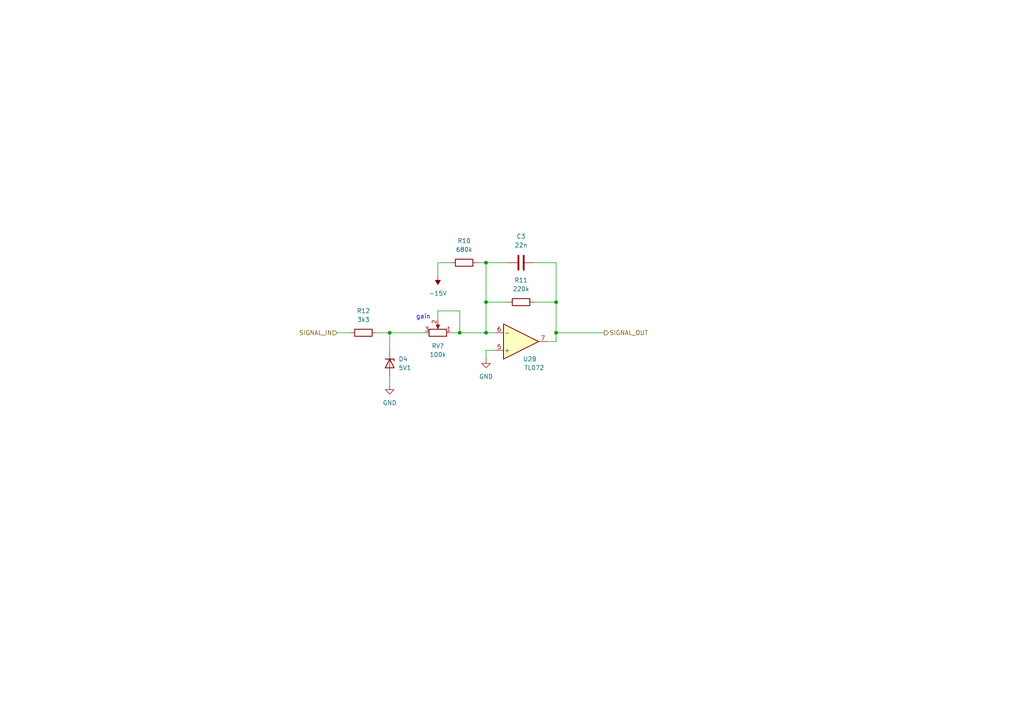
<source format=kicad_sch>
(kicad_sch (version 20211123) (generator eeschema)
  (paper "A4")
  (title_block (title "M.S.M. Stereo Lowpass Filter Pedal") (date "2022-05-22") (rev "0") (comment 2 "creativecommons.org/licenses/by/4.0") (comment 3 "License: CC by 4.0") (comment 4 "Author: Jordan Aceto"))
  (lib_symbols
    (symbol "Amplifier_Operational:TL072" (pin_names (offset 0.127))
      (property "Reference" "U" (at 0 5.08 0))
      (property "Value" "TL072" (at 0 -5.08 0))
      (symbol "TL072_1_1"
        (polyline (pts (xy -5.08 5.08) (xy 5.08 0) (xy -5.08 -5.08) (xy -5.08 5.08)) (stroke (width 0.254)) (fill (type background)))
        (pin output line (at 7.62 0 180) (length 2.54) (name "~") (number "1"))
        (pin input line (at -7.62 -2.54 0) (length 2.54) (name "-") (number "2"))
        (pin input line (at -7.62 2.54 0) (length 2.54) (name "+") (number "3"))
      )
      (symbol "TL072_2_1"
        (polyline (pts (xy -5.08 5.08) (xy 5.08 0) (xy -5.08 -5.08) (xy -5.08 5.08)) (stroke (width 0.254)) (fill (type background)))
        (pin input line (at -7.62 2.54 0) (length 2.54) (name "+") (number "5"))
        (pin input line (at -7.62 -2.54 0) (length 2.54) (name "-") (number "6"))
        (pin output line (at 7.62 0 180) (length 2.54) (name "~") (number "7"))
      )
      (symbol "TL072_3_1"
        (pin power_in line (at -2.54 -7.62 90) (length 3.81) (name "V-") (number "4"))
        (pin power_in line (at -2.54 7.62 270) (length 3.81) (name "V+") (number "8"))
      )
    )
    (symbol "Device:C" (pin_numbers hide) (pin_names (offset 0.254))
      (property "Reference" "C" (at 0.635 2.54 0))
      (property "Value" "C" (at 0.635 -2.54 0))
      (symbol "C_0_1"
        (polyline (pts (xy -2.032 -0.762) (xy 2.032 -0.762)) (stroke (width 0.508)))
        (polyline (pts (xy -2.032 0.762) (xy 2.032 0.762)) (stroke (width 0.508)))
      )
      (symbol "C_1_1"
        (pin passive line (at 0 3.81 270) (length 2.794) (name "~") (number "1"))
        (pin passive line (at 0 -3.81 90) (length 2.794) (name "~") (number "2"))
      )
    )
    (symbol "Device:D_Zener" (pin_numbers hide) (pin_names (offset 1.016) hide)
      (property "Reference" "D" (at 0 2.54 0))
      (property "Value" "D_Zener" (at 0 -2.54 0))
      (symbol "D_Zener_0_1"
        (polyline (pts (xy 1.27 0) (xy -1.27 0)))
        (polyline (pts (xy -1.27 -1.27) (xy -1.27 1.27) (xy -0.762 1.27)) (stroke (width 0.254)))
        (polyline (pts (xy 1.27 -1.27) (xy 1.27 1.27) (xy -1.27 0) (xy 1.27 -1.27)) (stroke (width 0.254)))
      )
      (symbol "D_Zener_1_1"
        (pin passive line (at -3.81 0 0) (length 2.54) (name "K") (number "1"))
        (pin passive line (at 3.81 0 180) (length 2.54) (name "A") (number "2"))
      )
    )
    (symbol "Device:R" (pin_numbers hide) (pin_names (offset 0))
      (property "Reference" "R" (at 2.032 0 90))
      (property "Value" "R" (at 0 0 90))
      (symbol "R_0_1"
        (rectangle (start -1.016 -2.54) (end 1.016 2.54) (stroke (width 0.254)))
      )
      (symbol "R_1_1"
        (pin passive line (at 0 3.81 270) (length 1.27) (name "~") (number "1"))
        (pin passive line (at 0 -3.81 90) (length 1.27) (name "~") (number "2"))
      )
    )
    (symbol "Device:R_Potentiometer" (pin_names (offset 1.016) hide)
      (property "Reference" "RV" (at -4.445 0 90))
      (property "Value" "R_Potentiometer" (at -2.54 0 90))
      (symbol "R_Potentiometer_0_1"
        (polyline (pts (xy 2.54 0) (xy 1.524 0)))
        (polyline (pts (xy 1.143 0) (xy 2.286 0.508) (xy 2.286 -0.508) (xy 1.143 0)) (fill (type outline)))
        (rectangle (start 1.016 2.54) (end -1.016 -2.54) (stroke (width 0.254)))
      )
      (symbol "R_Potentiometer_1_1"
        (pin passive line (at 0 3.81 270) (length 1.27) (name "1") (number "1"))
        (pin passive line (at 3.81 0 180) (length 1.27) (name "2") (number "2"))
        (pin passive line (at 0 -3.81 90) (length 1.27) (name "3") (number "3"))
      )
    )
    (symbol "power:-15V" (power) (pin_names (offset 0))
      (property "Value" "-15V" (at 0 3.81 0))
      (symbol "-15V_0_0"
        (pin power_in line (at 0 0 90) (length 0) hide (name "-15V") (number "1"))
      )
      (symbol "-15V_0_1"
        (polyline (pts (xy 0 0) (xy 0 1.27) (xy 0.762 1.27) (xy 0 2.54) (xy -0.762 1.27) (xy 0 1.27)) (fill (type outline)))
      )
    )
    (symbol "power:GND" (power) (pin_names (offset 0))
      (property "Value" "GND" (at 0 -3.81 0))
      (symbol "GND_0_1"
        (polyline (pts (xy 0 0) (xy 0 -1.27) (xy 1.27 -1.27) (xy 0 -2.54) (xy -1.27 -1.27) (xy 0 -1.27)))
      )
      (symbol "GND_1_1"
        (pin power_in line (at 0 0 270) (length 0) hide (name "GND") (number "1"))
      )
    )
  )
  (junction (at 140.97 96.52))
  (junction (at 140.97 76.2))
  (junction (at 140.97 87.63))
  (junction (at 161.29 96.52))
  (junction (at 113.03 96.52))
  (junction (at 161.29 87.63))
  (junction (at 133.35 96.52))
  (wire (pts (xy 161.29 96.52) (xy 175.26 96.52)))
  (wire (pts (xy 140.97 101.6) (xy 140.97 104.14)))
  (wire (pts (xy 127 92.71) (xy 127 90.17)))
  (wire (pts (xy 127 90.17) (xy 133.35 90.17)))
  (wire (pts (xy 113.03 101.6) (xy 113.03 96.52)))
  (wire (pts (xy 130.81 96.52) (xy 133.35 96.52)))
  (wire (pts (xy 161.29 76.2) (xy 161.29 87.63)))
  (wire (pts (xy 147.32 76.2) (xy 140.97 76.2)))
  (wire (pts (xy 140.97 87.63) (xy 147.32 87.63)))
  (wire (pts (xy 138.43 76.2) (xy 140.97 76.2)))
  (wire (pts (xy 113.03 109.22) (xy 113.03 111.76)))
  (wire (pts (xy 133.35 96.52) (xy 140.97 96.52)))
  (wire (pts (xy 158.75 99.06) (xy 161.29 99.06)))
  (wire (pts (xy 161.29 99.06) (xy 161.29 96.52)))
  (wire (pts (xy 161.29 96.52) (xy 161.29 87.63)))
  (wire (pts (xy 127 76.2) (xy 127 80.01)))
  (wire (pts (xy 140.97 101.6) (xy 143.51 101.6)))
  (wire (pts (xy 113.03 96.52) (xy 109.22 96.52)))
  (wire (pts (xy 133.35 90.17) (xy 133.35 96.52)))
  (wire (pts (xy 113.03 96.52) (xy 123.19 96.52)))
  (wire (pts (xy 161.29 87.63) (xy 154.94 87.63)))
  (wire (pts (xy 154.94 76.2) (xy 161.29 76.2)))
  (wire (pts (xy 140.97 96.52) (xy 143.51 96.52)))
  (wire (pts (xy 140.97 76.2) (xy 140.97 87.63)))
  (wire (pts (xy 140.97 87.63) (xy 140.97 96.52)))
  (wire (pts (xy 127 76.2) (xy 130.81 76.2)))
  (wire (pts (xy 97.79 96.52) (xy 101.6 96.52)))
  (text "gain" (at 120.65 92.71 0) (effects (font (size 1.27 1.27)) (justify left bottom)))
  (hierarchical_label "SIGNAL_OUT" (shape output) (at 175.26 96.52 0))
  (hierarchical_label "SIGNAL_IN" (shape input) (at 97.79 96.52 180))
  (symbol (lib_id "Device:R") (at 105.41 96.52 90) (unit 1)
    (property "Reference" "R12" (at 105.41 90.17 90))
    (property "Value" "3k3" (at 105.41 92.71 90))
    (property "Footprint" "Resistor_SMD:R_0805_2012Metric" (effects hide))
  )
  (symbol (lib_id "power:GND") (at 113.03 111.76 0) (unit 1)
    (property "Reference" "#PWR015" (effects hide))
    (property "Value" "GND" (at 113.03 116.84 0))
  )
  (symbol (lib_id "Device:R_Potentiometer") (at 127 96.52 270) (mirror x) (unit 1)
    (property "Reference" "RV?" (at 127 100.33 90))
    (property "Value" "100k" (at 127 102.87 90))
    (property "Footprint" "Potentiometer_THT:Potentiometer_Alpha_RD901F-40-00D_Single_Vertical" (effects hide))
  )
  (symbol (lib_id "Device:R") (at 134.62 76.2 90) (unit 1)
    (property "Reference" "R10" (at 134.62 69.85 90))
    (property "Value" "680k" (at 134.62 72.39 90))
    (property "Footprint" "Resistor_SMD:R_0805_2012Metric" (effects hide))
  )
  (symbol (lib_id "Device:R") (at 151.13 87.63 90) (unit 1)
    (property "Reference" "R11" (at 151.13 81.28 90))
    (property "Value" "220k" (at 151.13 83.82 90))
    (property "Footprint" "Resistor_SMD:R_0805_2012Metric" (effects hide))
  )
  (symbol (lib_id "Device:C") (at 151.13 76.2 90) (unit 1)
    (property "Reference" "C3" (at 151.13 68.58 90))
    (property "Value" "22n" (at 151.13 71.12 90))
    (property "Footprint" "Capacitor_SMD:C_0805_2012Metric" (effects hide))
  )
  (symbol (lib_id "Amplifier_Operational:TL072") (at 151.13 99.06 0) (mirror x) (unit 2)
    (property "Reference" "U2" (at 153.67 104.14 0))
    (property "Value" "TL072" (at 154.94 106.68 0))
    (property "Footprint" "Package_SO:SOIC-8_3.9x4.9mm_P1.27mm" (effects hide))
    (property "Datasheet" "http://www.ti.com/lit/ds/symlink/tl071.pdf" (effects hide))
  )
  (symbol (lib_id "power:GND") (at 140.97 104.14 0) (unit 1)
    (property "Reference" "#PWR014" (effects hide))
    (property "Value" "GND" (at 140.97 109.22 0))
  )
  (symbol (lib_id "power:-15V") (at 127 80.01 180) (unit 1)
    (property "Reference" "#PWR013" (effects hide))
    (property "Value" "-15V" (at 127 85.09 0))
  )
  (symbol (lib_id "Device:D_Zener") (at 113.03 105.41 270) (unit 1)
    (property "Reference" "D4" (at 115.57 104.1399 90) (effects (justify left)))
    (property "Value" "5V1" (at 115.57 106.6799 90) (effects (justify left)))
    (property "Footprint" "Diode_SMD:D_SOD-123" (effects hide))
  )
)
</source>
